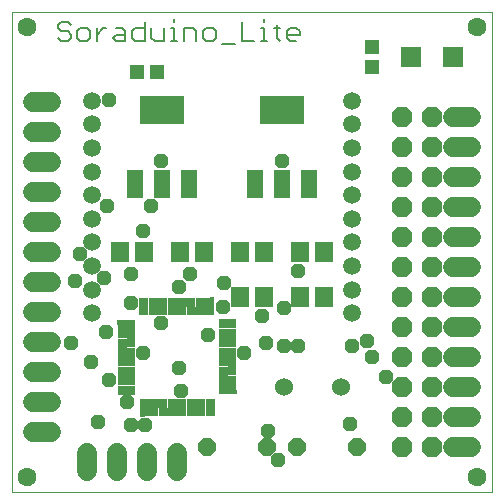
<source format=gts>
G75*
G70*
%OFA0B0*%
%FSLAX24Y24*%
%IPPOS*%
%LPD*%
%AMOC8*
5,1,8,0,0,1.08239X$1,22.5*
%
%ADD10C,0.0000*%
%ADD11C,0.0631*%
%ADD12C,0.0060*%
%ADD13R,0.0580X0.0300*%
%ADD14R,0.0300X0.0580*%
%ADD15C,0.0600*%
%ADD16OC8,0.0600*%
%ADD17C,0.0595*%
%ADD18R,0.0560X0.0960*%
%ADD19R,0.1497X0.0946*%
%ADD20R,0.0592X0.0710*%
%ADD21C,0.0680*%
%ADD22R,0.0474X0.0513*%
%ADD23R,0.0513X0.0474*%
%ADD24R,0.0671X0.0671*%
%ADD25OC8,0.0680*%
%ADD26OC8,0.0480*%
D10*
X000417Y000150D02*
X000417Y016150D01*
X016417Y016150D01*
X016417Y000150D01*
X000417Y000150D01*
X000641Y000650D02*
X000643Y000683D01*
X000649Y000715D01*
X000658Y000746D01*
X000671Y000776D01*
X000688Y000804D01*
X000708Y000830D01*
X000731Y000854D01*
X000756Y000874D01*
X000784Y000892D01*
X000813Y000906D01*
X000844Y000916D01*
X000876Y000923D01*
X000909Y000926D01*
X000942Y000925D01*
X000974Y000920D01*
X001005Y000911D01*
X001036Y000899D01*
X001064Y000883D01*
X001091Y000864D01*
X001115Y000842D01*
X001136Y000817D01*
X001155Y000790D01*
X001170Y000761D01*
X001181Y000731D01*
X001189Y000699D01*
X001193Y000666D01*
X001193Y000634D01*
X001189Y000601D01*
X001181Y000569D01*
X001170Y000539D01*
X001155Y000510D01*
X001136Y000483D01*
X001115Y000458D01*
X001091Y000436D01*
X001064Y000417D01*
X001036Y000401D01*
X001005Y000389D01*
X000974Y000380D01*
X000942Y000375D01*
X000909Y000374D01*
X000876Y000377D01*
X000844Y000384D01*
X000813Y000394D01*
X000784Y000408D01*
X000756Y000426D01*
X000731Y000446D01*
X000708Y000470D01*
X000688Y000496D01*
X000671Y000524D01*
X000658Y000554D01*
X000649Y000585D01*
X000643Y000617D01*
X000641Y000650D01*
X015641Y000650D02*
X015643Y000683D01*
X015649Y000715D01*
X015658Y000746D01*
X015671Y000776D01*
X015688Y000804D01*
X015708Y000830D01*
X015731Y000854D01*
X015756Y000874D01*
X015784Y000892D01*
X015813Y000906D01*
X015844Y000916D01*
X015876Y000923D01*
X015909Y000926D01*
X015942Y000925D01*
X015974Y000920D01*
X016005Y000911D01*
X016036Y000899D01*
X016064Y000883D01*
X016091Y000864D01*
X016115Y000842D01*
X016136Y000817D01*
X016155Y000790D01*
X016170Y000761D01*
X016181Y000731D01*
X016189Y000699D01*
X016193Y000666D01*
X016193Y000634D01*
X016189Y000601D01*
X016181Y000569D01*
X016170Y000539D01*
X016155Y000510D01*
X016136Y000483D01*
X016115Y000458D01*
X016091Y000436D01*
X016064Y000417D01*
X016036Y000401D01*
X016005Y000389D01*
X015974Y000380D01*
X015942Y000375D01*
X015909Y000374D01*
X015876Y000377D01*
X015844Y000384D01*
X015813Y000394D01*
X015784Y000408D01*
X015756Y000426D01*
X015731Y000446D01*
X015708Y000470D01*
X015688Y000496D01*
X015671Y000524D01*
X015658Y000554D01*
X015649Y000585D01*
X015643Y000617D01*
X015641Y000650D01*
X015641Y015650D02*
X015643Y015683D01*
X015649Y015715D01*
X015658Y015746D01*
X015671Y015776D01*
X015688Y015804D01*
X015708Y015830D01*
X015731Y015854D01*
X015756Y015874D01*
X015784Y015892D01*
X015813Y015906D01*
X015844Y015916D01*
X015876Y015923D01*
X015909Y015926D01*
X015942Y015925D01*
X015974Y015920D01*
X016005Y015911D01*
X016036Y015899D01*
X016064Y015883D01*
X016091Y015864D01*
X016115Y015842D01*
X016136Y015817D01*
X016155Y015790D01*
X016170Y015761D01*
X016181Y015731D01*
X016189Y015699D01*
X016193Y015666D01*
X016193Y015634D01*
X016189Y015601D01*
X016181Y015569D01*
X016170Y015539D01*
X016155Y015510D01*
X016136Y015483D01*
X016115Y015458D01*
X016091Y015436D01*
X016064Y015417D01*
X016036Y015401D01*
X016005Y015389D01*
X015974Y015380D01*
X015942Y015375D01*
X015909Y015374D01*
X015876Y015377D01*
X015844Y015384D01*
X015813Y015394D01*
X015784Y015408D01*
X015756Y015426D01*
X015731Y015446D01*
X015708Y015470D01*
X015688Y015496D01*
X015671Y015524D01*
X015658Y015554D01*
X015649Y015585D01*
X015643Y015617D01*
X015641Y015650D01*
X000641Y015650D02*
X000643Y015683D01*
X000649Y015715D01*
X000658Y015746D01*
X000671Y015776D01*
X000688Y015804D01*
X000708Y015830D01*
X000731Y015854D01*
X000756Y015874D01*
X000784Y015892D01*
X000813Y015906D01*
X000844Y015916D01*
X000876Y015923D01*
X000909Y015926D01*
X000942Y015925D01*
X000974Y015920D01*
X001005Y015911D01*
X001036Y015899D01*
X001064Y015883D01*
X001091Y015864D01*
X001115Y015842D01*
X001136Y015817D01*
X001155Y015790D01*
X001170Y015761D01*
X001181Y015731D01*
X001189Y015699D01*
X001193Y015666D01*
X001193Y015634D01*
X001189Y015601D01*
X001181Y015569D01*
X001170Y015539D01*
X001155Y015510D01*
X001136Y015483D01*
X001115Y015458D01*
X001091Y015436D01*
X001064Y015417D01*
X001036Y015401D01*
X001005Y015389D01*
X000974Y015380D01*
X000942Y015375D01*
X000909Y015374D01*
X000876Y015377D01*
X000844Y015384D01*
X000813Y015394D01*
X000784Y015408D01*
X000756Y015426D01*
X000731Y015446D01*
X000708Y015470D01*
X000688Y015496D01*
X000671Y015524D01*
X000658Y015554D01*
X000649Y015585D01*
X000643Y015617D01*
X000641Y015650D01*
D11*
X000917Y015650D03*
X015917Y015650D03*
X015917Y000650D03*
X000917Y000650D03*
D12*
X007425Y015073D02*
X007852Y015073D01*
X008070Y015180D02*
X008497Y015180D01*
X008714Y015180D02*
X008928Y015180D01*
X008821Y015180D02*
X008821Y015607D01*
X008714Y015607D01*
X008821Y015821D02*
X008821Y015927D01*
X009144Y015607D02*
X009358Y015607D01*
X009251Y015714D02*
X009251Y015287D01*
X009358Y015180D01*
X009574Y015287D02*
X009574Y015500D01*
X009681Y015607D01*
X009894Y015607D01*
X010001Y015500D01*
X010001Y015394D01*
X009574Y015394D01*
X009574Y015287D02*
X009681Y015180D01*
X009894Y015180D01*
X008070Y015180D02*
X008070Y015821D01*
X007208Y015500D02*
X007208Y015287D01*
X007101Y015180D01*
X006888Y015180D01*
X006781Y015287D01*
X006781Y015500D01*
X006888Y015607D01*
X007101Y015607D01*
X007208Y015500D01*
X006563Y015500D02*
X006563Y015180D01*
X006563Y015500D02*
X006457Y015607D01*
X006136Y015607D01*
X006136Y015180D01*
X005920Y015180D02*
X005707Y015180D01*
X005813Y015180D02*
X005813Y015607D01*
X005707Y015607D01*
X005489Y015607D02*
X005489Y015180D01*
X005169Y015180D01*
X005062Y015287D01*
X005062Y015607D01*
X004844Y015607D02*
X004524Y015607D01*
X004417Y015500D01*
X004417Y015287D01*
X004524Y015180D01*
X004844Y015180D01*
X004844Y015821D01*
X004200Y015500D02*
X004200Y015180D01*
X003880Y015180D01*
X003773Y015287D01*
X003880Y015394D01*
X004200Y015394D01*
X004200Y015500D02*
X004093Y015607D01*
X003880Y015607D01*
X003556Y015607D02*
X003449Y015607D01*
X003236Y015394D01*
X003236Y015607D02*
X003236Y015180D01*
X003018Y015287D02*
X003018Y015500D01*
X002911Y015607D01*
X002698Y015607D01*
X002591Y015500D01*
X002591Y015287D01*
X002698Y015180D01*
X002911Y015180D01*
X003018Y015287D01*
X002374Y015287D02*
X002267Y015180D01*
X002053Y015180D01*
X001947Y015287D01*
X002053Y015500D02*
X001947Y015607D01*
X001947Y015714D01*
X002053Y015821D01*
X002267Y015821D01*
X002374Y015714D01*
X002267Y015500D02*
X002374Y015394D01*
X002374Y015287D01*
X002267Y015500D02*
X002053Y015500D01*
X005813Y015821D02*
X005813Y015927D01*
D13*
G36*
X005901Y006629D02*
X005904Y006050D01*
X005605Y006049D01*
X005602Y006628D01*
X005901Y006629D01*
G37*
G36*
X006216Y006631D02*
X006219Y006052D01*
X005920Y006051D01*
X005917Y006630D01*
X006216Y006631D01*
G37*
G36*
X006531Y006632D02*
X006534Y006053D01*
X006235Y006052D01*
X006232Y006631D01*
X006531Y006632D01*
G37*
G36*
X006846Y006633D02*
X006849Y006054D01*
X006550Y006053D01*
X006547Y006632D01*
X006846Y006633D01*
G37*
G36*
X007161Y006634D02*
X007164Y006055D01*
X006865Y006054D01*
X006862Y006633D01*
X007161Y006634D01*
G37*
G36*
X005586Y006628D02*
X005589Y006049D01*
X005290Y006048D01*
X005287Y006627D01*
X005586Y006628D01*
G37*
G36*
X005271Y006627D02*
X005274Y006048D01*
X004975Y006047D01*
X004972Y006626D01*
X005271Y006627D01*
G37*
G36*
X004956Y006626D02*
X004959Y006047D01*
X004660Y006046D01*
X004657Y006625D01*
X004956Y006626D01*
G37*
G36*
X004968Y003246D02*
X004971Y002667D01*
X004672Y002666D01*
X004669Y003245D01*
X004968Y003246D01*
G37*
G36*
X005283Y003247D02*
X005286Y002668D01*
X004987Y002667D01*
X004984Y003246D01*
X005283Y003247D01*
G37*
G36*
X005598Y003248D02*
X005601Y002669D01*
X005302Y002668D01*
X005299Y003247D01*
X005598Y003248D01*
G37*
G36*
X005913Y003249D02*
X005916Y002670D01*
X005617Y002669D01*
X005614Y003248D01*
X005913Y003249D01*
G37*
G36*
X006228Y003251D02*
X006231Y002672D01*
X005932Y002671D01*
X005929Y003250D01*
X006228Y003251D01*
G37*
G36*
X006543Y003252D02*
X006546Y002673D01*
X006247Y002672D01*
X006244Y003251D01*
X006543Y003252D01*
G37*
G36*
X006858Y003253D02*
X006861Y002674D01*
X006562Y002673D01*
X006559Y003252D01*
X006858Y003253D01*
G37*
G36*
X007173Y003254D02*
X007176Y002675D01*
X006877Y002674D01*
X006874Y003253D01*
X007173Y003254D01*
G37*
D14*
G36*
X007900Y003705D02*
X007901Y003406D01*
X007322Y003403D01*
X007321Y003702D01*
X007900Y003705D01*
G37*
G36*
X007898Y004020D02*
X007899Y003721D01*
X007320Y003718D01*
X007319Y004017D01*
X007898Y004020D01*
G37*
G36*
X007897Y004334D02*
X007898Y004035D01*
X007319Y004032D01*
X007318Y004331D01*
X007897Y004334D01*
G37*
G36*
X007896Y004649D02*
X007897Y004350D01*
X007318Y004347D01*
X007317Y004646D01*
X007896Y004649D01*
G37*
G36*
X007895Y004964D02*
X007896Y004665D01*
X007317Y004662D01*
X007316Y004961D01*
X007895Y004964D01*
G37*
G36*
X007894Y005279D02*
X007895Y004980D01*
X007316Y004977D01*
X007315Y005276D01*
X007894Y005279D01*
G37*
G36*
X007893Y005594D02*
X007894Y005295D01*
X007315Y005292D01*
X007314Y005591D01*
X007893Y005594D01*
G37*
G36*
X007892Y005909D02*
X007893Y005610D01*
X007314Y005607D01*
X007313Y005906D01*
X007892Y005909D01*
G37*
G36*
X004512Y005897D02*
X004513Y005598D01*
X003934Y005595D01*
X003933Y005894D01*
X004512Y005897D01*
G37*
G36*
X004513Y005582D02*
X004514Y005283D01*
X003935Y005280D01*
X003934Y005579D01*
X004513Y005582D01*
G37*
G36*
X004514Y005268D02*
X004515Y004969D01*
X003936Y004966D01*
X003935Y005265D01*
X004514Y005268D01*
G37*
G36*
X004515Y004953D02*
X004516Y004654D01*
X003937Y004651D01*
X003936Y004950D01*
X004515Y004953D01*
G37*
G36*
X004516Y004638D02*
X004517Y004339D01*
X003938Y004336D01*
X003937Y004635D01*
X004516Y004638D01*
G37*
G36*
X004517Y004323D02*
X004518Y004024D01*
X003939Y004021D01*
X003938Y004320D01*
X004517Y004323D01*
G37*
G36*
X004518Y004008D02*
X004519Y003709D01*
X003940Y003706D01*
X003939Y004005D01*
X004518Y004008D01*
G37*
G36*
X004520Y003693D02*
X004521Y003394D01*
X003942Y003391D01*
X003941Y003690D01*
X004520Y003693D01*
G37*
D15*
X009467Y003650D03*
X011367Y003650D03*
D16*
X011917Y001650D03*
X009917Y001650D03*
X008917Y001650D03*
X006917Y001650D03*
D17*
X003086Y006107D03*
X003086Y006894D03*
X003086Y007681D03*
X003086Y008469D03*
X003086Y009256D03*
X003086Y010044D03*
X003086Y010831D03*
X003086Y011619D03*
X003086Y012406D03*
X003086Y013193D03*
X011747Y013193D03*
X011747Y012406D03*
X011747Y011619D03*
X011747Y010831D03*
X011747Y010044D03*
X011747Y009256D03*
X011747Y008469D03*
X011747Y007681D03*
X011747Y006894D03*
X011747Y006107D03*
D18*
X010327Y010430D03*
X009417Y010430D03*
X008507Y010430D03*
X006327Y010430D03*
X005417Y010430D03*
X004507Y010430D03*
D19*
X005417Y012870D03*
X009417Y012870D03*
D20*
X010023Y008150D03*
X010810Y008150D03*
X010810Y006650D03*
X010023Y006650D03*
X008810Y006650D03*
X008023Y006650D03*
X008023Y008150D03*
X008810Y008150D03*
X006810Y008150D03*
X006023Y008150D03*
X004810Y008150D03*
X004023Y008150D03*
D21*
X001717Y008150D02*
X001117Y008150D01*
X001117Y009150D02*
X001717Y009150D01*
X001717Y010150D02*
X001117Y010150D01*
X001117Y011150D02*
X001717Y011150D01*
X001717Y012150D02*
X001117Y012150D01*
X001117Y013150D02*
X001717Y013150D01*
X001717Y007150D02*
X001117Y007150D01*
X001117Y006150D02*
X001717Y006150D01*
X001717Y005150D02*
X001117Y005150D01*
X001117Y004150D02*
X001717Y004150D01*
X001717Y003150D02*
X001117Y003150D01*
X001117Y002150D02*
X001717Y002150D01*
X002917Y001450D02*
X002917Y000850D01*
X003917Y000850D02*
X003917Y001450D01*
X004917Y001450D02*
X004917Y000850D01*
X005917Y000850D02*
X005917Y001450D01*
X015117Y001650D02*
X015717Y001650D01*
X015717Y002650D02*
X015117Y002650D01*
X015117Y003650D02*
X015717Y003650D01*
X015717Y004650D02*
X015117Y004650D01*
X015117Y005650D02*
X015717Y005650D01*
X015717Y006650D02*
X015117Y006650D01*
X015117Y007650D02*
X015717Y007650D01*
X015717Y008650D02*
X015117Y008650D01*
X015117Y009650D02*
X015717Y009650D01*
X015717Y010650D02*
X015117Y010650D01*
X015117Y011650D02*
X015717Y011650D01*
X015717Y012650D02*
X015117Y012650D01*
D22*
X005251Y014150D03*
X004582Y014150D03*
D23*
X012417Y014315D03*
X012417Y014985D03*
D24*
X013728Y014650D03*
X015106Y014650D03*
D25*
X014417Y012650D03*
X014417Y011650D03*
X014417Y010650D03*
X014417Y009650D03*
X014417Y008650D03*
X013417Y008650D03*
X013417Y009650D03*
X013417Y010650D03*
X013417Y011650D03*
X013417Y012650D03*
X013417Y007650D03*
X014417Y007650D03*
X014417Y006650D03*
X014417Y005650D03*
X014417Y004650D03*
X014417Y003650D03*
X014417Y002650D03*
X014417Y001650D03*
X013417Y001650D03*
X013417Y002650D03*
X013417Y003650D03*
X013417Y004650D03*
X013417Y005650D03*
X013417Y006650D03*
D26*
X012237Y005190D03*
X011757Y005010D03*
X012417Y004650D03*
X012897Y003990D03*
X011697Y002430D03*
X009297Y001230D03*
X008937Y002190D03*
X008157Y004770D03*
X008877Y005130D03*
X009477Y005010D03*
X009957Y005010D03*
X009477Y006270D03*
X008757Y006030D03*
X007437Y006330D03*
X007497Y007110D03*
X006357Y007410D03*
X005997Y006990D03*
X005397Y005790D03*
X004797Y004770D03*
X005997Y004290D03*
X006057Y003510D03*
X004857Y002370D03*
X004377Y002370D03*
X004257Y003150D03*
X003657Y003870D03*
X003057Y004470D03*
X002397Y005130D03*
X003537Y005490D03*
X004377Y006450D03*
X003477Y007290D03*
X004377Y007410D03*
X004797Y008850D03*
X005037Y009690D03*
X003597Y009690D03*
X002697Y008070D03*
X002517Y007170D03*
X005397Y011190D03*
X003657Y013230D03*
X009417Y011190D03*
X009957Y007530D03*
X006957Y005370D03*
X003297Y002490D03*
M02*

</source>
